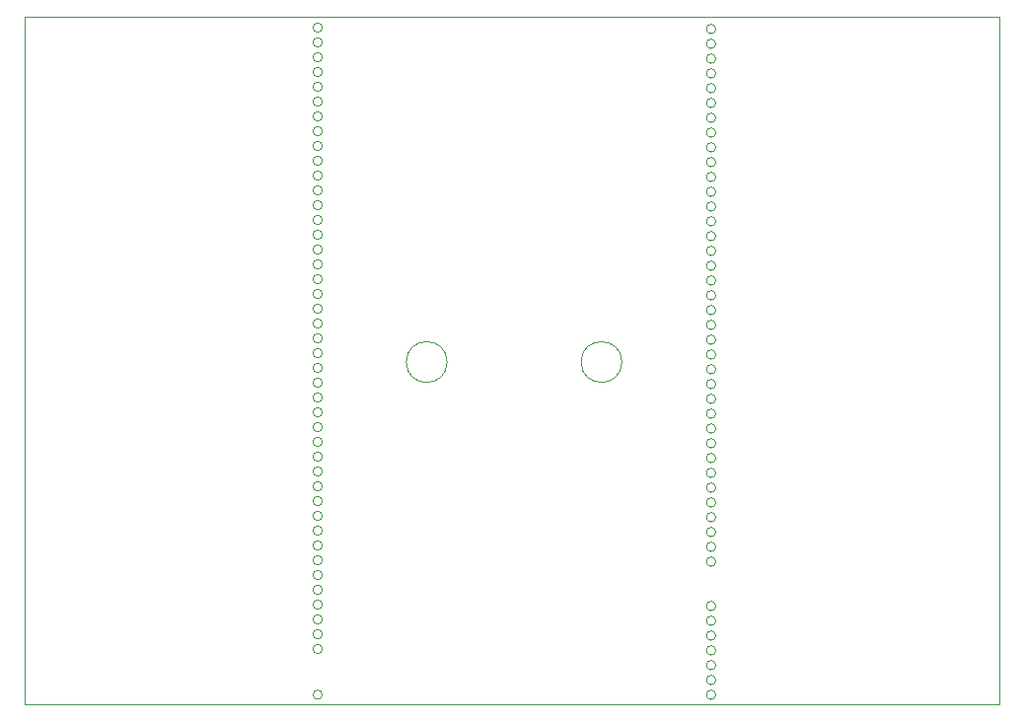
<source format=gbr>
%TF.GenerationSoftware,KiCad,Pcbnew,8.0.9-8.0.9-0~ubuntu22.04.1*%
%TF.CreationDate,2025-11-06T16:29:17+09:00*%
%TF.ProjectId,TweliteEmergencyStop,5477656c-6974-4654-956d-657267656e63,rev?*%
%TF.SameCoordinates,Original*%
%TF.FileFunction,Profile,NP*%
%FSLAX46Y46*%
G04 Gerber Fmt 4.6, Leading zero omitted, Abs format (unit mm)*
G04 Created by KiCad (PCBNEW 8.0.9-8.0.9-0~ubuntu22.04.1) date 2025-11-06 16:29:17*
%MOMM*%
%LPD*%
G01*
G04 APERTURE LIST*
%TA.AperFunction,Profile*%
%ADD10C,0.050000*%
%TD*%
G04 APERTURE END LIST*
D10*
X210930000Y-74232000D02*
G75*
G02*
X210130000Y-74232000I-400000J0D01*
G01*
X210130000Y-74232000D02*
G75*
G02*
X210930000Y-74232000I400000J0D01*
G01*
X210930000Y-39942000D02*
G75*
G02*
X210130000Y-39942000I-400000J0D01*
G01*
X210130000Y-39942000D02*
G75*
G02*
X210930000Y-39942000I400000J0D01*
G01*
X177167000Y-57595000D02*
G75*
G02*
X176367000Y-57595000I-400000J0D01*
G01*
X176367000Y-57595000D02*
G75*
G02*
X177167000Y-57595000I400000J0D01*
G01*
X177167000Y-79185000D02*
G75*
G02*
X176367000Y-79185000I-400000J0D01*
G01*
X176367000Y-79185000D02*
G75*
G02*
X177167000Y-79185000I400000J0D01*
G01*
X210930000Y-70422000D02*
G75*
G02*
X210130000Y-70422000I-400000J0D01*
G01*
X210130000Y-70422000D02*
G75*
G02*
X210930000Y-70422000I400000J0D01*
G01*
X210930000Y-84392000D02*
G75*
G02*
X210130000Y-84392000I-400000J0D01*
G01*
X210130000Y-84392000D02*
G75*
G02*
X210930000Y-84392000I400000J0D01*
G01*
X210930000Y-93282000D02*
G75*
G02*
X210130000Y-93282000I-400000J0D01*
G01*
X210130000Y-93282000D02*
G75*
G02*
X210930000Y-93282000I400000J0D01*
G01*
X210930000Y-72962000D02*
G75*
G02*
X210130000Y-72962000I-400000J0D01*
G01*
X210130000Y-72962000D02*
G75*
G02*
X210930000Y-72962000I400000J0D01*
G01*
X177167000Y-52515000D02*
G75*
G02*
X176367000Y-52515000I-400000J0D01*
G01*
X176367000Y-52515000D02*
G75*
G02*
X177167000Y-52515000I400000J0D01*
G01*
X210930000Y-69152000D02*
G75*
G02*
X210130000Y-69152000I-400000J0D01*
G01*
X210130000Y-69152000D02*
G75*
G02*
X210930000Y-69152000I400000J0D01*
G01*
X177167000Y-86805000D02*
G75*
G02*
X176367000Y-86805000I-400000J0D01*
G01*
X176367000Y-86805000D02*
G75*
G02*
X177167000Y-86805000I400000J0D01*
G01*
X177167000Y-53785000D02*
G75*
G02*
X176367000Y-53785000I-400000J0D01*
G01*
X176367000Y-53785000D02*
G75*
G02*
X177167000Y-53785000I400000J0D01*
G01*
X210930000Y-78042000D02*
G75*
G02*
X210130000Y-78042000I-400000J0D01*
G01*
X210130000Y-78042000D02*
G75*
G02*
X210930000Y-78042000I400000J0D01*
G01*
X210930000Y-88202000D02*
G75*
G02*
X210130000Y-88202000I-400000J0D01*
G01*
X210130000Y-88202000D02*
G75*
G02*
X210930000Y-88202000I400000J0D01*
G01*
X210930000Y-90742000D02*
G75*
G02*
X210130000Y-90742000I-400000J0D01*
G01*
X210130000Y-90742000D02*
G75*
G02*
X210930000Y-90742000I400000J0D01*
G01*
X177167000Y-62675000D02*
G75*
G02*
X176367000Y-62675000I-400000J0D01*
G01*
X176367000Y-62675000D02*
G75*
G02*
X177167000Y-62675000I400000J0D01*
G01*
X177167000Y-91885000D02*
G75*
G02*
X176367000Y-91885000I-400000J0D01*
G01*
X176367000Y-91885000D02*
G75*
G02*
X177167000Y-91885000I400000J0D01*
G01*
X177167000Y-70295000D02*
G75*
G02*
X176367000Y-70295000I-400000J0D01*
G01*
X176367000Y-70295000D02*
G75*
G02*
X177167000Y-70295000I400000J0D01*
G01*
X210930000Y-95822000D02*
G75*
G02*
X210130000Y-95822000I-400000J0D01*
G01*
X210130000Y-95822000D02*
G75*
G02*
X210930000Y-95822000I400000J0D01*
G01*
X210930000Y-51372000D02*
G75*
G02*
X210130000Y-51372000I-400000J0D01*
G01*
X210130000Y-51372000D02*
G75*
G02*
X210930000Y-51372000I400000J0D01*
G01*
X177167000Y-90615000D02*
G75*
G02*
X176367000Y-90615000I-400000J0D01*
G01*
X176367000Y-90615000D02*
G75*
G02*
X177167000Y-90615000I400000J0D01*
G01*
X177167000Y-43625000D02*
G75*
G02*
X176367000Y-43625000I-400000J0D01*
G01*
X176367000Y-43625000D02*
G75*
G02*
X177167000Y-43625000I400000J0D01*
G01*
X210930000Y-38672000D02*
G75*
G02*
X210130000Y-38672000I-400000J0D01*
G01*
X210130000Y-38672000D02*
G75*
G02*
X210930000Y-38672000I400000J0D01*
G01*
X210930000Y-61532000D02*
G75*
G02*
X210130000Y-61532000I-400000J0D01*
G01*
X210130000Y-61532000D02*
G75*
G02*
X210930000Y-61532000I400000J0D01*
G01*
X177167000Y-56325000D02*
G75*
G02*
X176367000Y-56325000I-400000J0D01*
G01*
X176367000Y-56325000D02*
G75*
G02*
X177167000Y-56325000I400000J0D01*
G01*
X210930000Y-48832000D02*
G75*
G02*
X210130000Y-48832000I-400000J0D01*
G01*
X210130000Y-48832000D02*
G75*
G02*
X210930000Y-48832000I400000J0D01*
G01*
X210930000Y-65342000D02*
G75*
G02*
X210130000Y-65342000I-400000J0D01*
G01*
X210130000Y-65342000D02*
G75*
G02*
X210930000Y-65342000I400000J0D01*
G01*
X210930000Y-62802000D02*
G75*
G02*
X210130000Y-62802000I-400000J0D01*
G01*
X210130000Y-62802000D02*
G75*
G02*
X210930000Y-62802000I400000J0D01*
G01*
X210930000Y-89472000D02*
G75*
G02*
X210130000Y-89472000I-400000J0D01*
G01*
X210130000Y-89472000D02*
G75*
G02*
X210930000Y-89472000I400000J0D01*
G01*
X177167000Y-63945000D02*
G75*
G02*
X176367000Y-63945000I-400000J0D01*
G01*
X176367000Y-63945000D02*
G75*
G02*
X177167000Y-63945000I400000J0D01*
G01*
X210930000Y-71692000D02*
G75*
G02*
X210130000Y-71692000I-400000J0D01*
G01*
X210130000Y-71692000D02*
G75*
G02*
X210930000Y-71692000I400000J0D01*
G01*
X210930000Y-64072000D02*
G75*
G02*
X210130000Y-64072000I-400000J0D01*
G01*
X210130000Y-64072000D02*
G75*
G02*
X210930000Y-64072000I400000J0D01*
G01*
X177167000Y-72835000D02*
G75*
G02*
X176367000Y-72835000I-400000J0D01*
G01*
X176367000Y-72835000D02*
G75*
G02*
X177167000Y-72835000I400000J0D01*
G01*
X210930000Y-66612000D02*
G75*
G02*
X210130000Y-66612000I-400000J0D01*
G01*
X210130000Y-66612000D02*
G75*
G02*
X210930000Y-66612000I400000J0D01*
G01*
X177167000Y-76645000D02*
G75*
G02*
X176367000Y-76645000I-400000J0D01*
G01*
X176367000Y-76645000D02*
G75*
G02*
X177167000Y-76645000I400000J0D01*
G01*
X210930000Y-42482000D02*
G75*
G02*
X210130000Y-42482000I-400000J0D01*
G01*
X210130000Y-42482000D02*
G75*
G02*
X210930000Y-42482000I400000J0D01*
G01*
X210930000Y-52642000D02*
G75*
G02*
X210130000Y-52642000I-400000J0D01*
G01*
X210130000Y-52642000D02*
G75*
G02*
X210930000Y-52642000I400000J0D01*
G01*
X177167000Y-55055000D02*
G75*
G02*
X176367000Y-55055000I-400000J0D01*
G01*
X176367000Y-55055000D02*
G75*
G02*
X177167000Y-55055000I400000J0D01*
G01*
X210930000Y-79312000D02*
G75*
G02*
X210130000Y-79312000I-400000J0D01*
G01*
X210130000Y-79312000D02*
G75*
G02*
X210930000Y-79312000I400000J0D01*
G01*
X177167000Y-85535000D02*
G75*
G02*
X176367000Y-85535000I-400000J0D01*
G01*
X176367000Y-85535000D02*
G75*
G02*
X177167000Y-85535000I400000J0D01*
G01*
X177167000Y-41085000D02*
G75*
G02*
X176367000Y-41085000I-400000J0D01*
G01*
X176367000Y-41085000D02*
G75*
G02*
X177167000Y-41085000I400000J0D01*
G01*
X210930000Y-43752000D02*
G75*
G02*
X210130000Y-43752000I-400000J0D01*
G01*
X210130000Y-43752000D02*
G75*
G02*
X210930000Y-43752000I400000J0D01*
G01*
X210930000Y-67882000D02*
G75*
G02*
X210130000Y-67882000I-400000J0D01*
G01*
X210130000Y-67882000D02*
G75*
G02*
X210930000Y-67882000I400000J0D01*
G01*
X177167000Y-75375000D02*
G75*
G02*
X176367000Y-75375000I-400000J0D01*
G01*
X176367000Y-75375000D02*
G75*
G02*
X177167000Y-75375000I400000J0D01*
G01*
X210930000Y-57722000D02*
G75*
G02*
X210130000Y-57722000I-400000J0D01*
G01*
X210130000Y-57722000D02*
G75*
G02*
X210930000Y-57722000I400000J0D01*
G01*
X177167000Y-47435000D02*
G75*
G02*
X176367000Y-47435000I-400000J0D01*
G01*
X176367000Y-47435000D02*
G75*
G02*
X177167000Y-47435000I400000J0D01*
G01*
X177167000Y-67755000D02*
G75*
G02*
X176367000Y-67755000I-400000J0D01*
G01*
X176367000Y-67755000D02*
G75*
G02*
X177167000Y-67755000I400000J0D01*
G01*
X210930000Y-83122000D02*
G75*
G02*
X210130000Y-83122000I-400000J0D01*
G01*
X210130000Y-83122000D02*
G75*
G02*
X210930000Y-83122000I400000J0D01*
G01*
X210930000Y-41212000D02*
G75*
G02*
X210130000Y-41212000I-400000J0D01*
G01*
X210130000Y-41212000D02*
G75*
G02*
X210930000Y-41212000I400000J0D01*
G01*
X210930000Y-94552000D02*
G75*
G02*
X210130000Y-94552000I-400000J0D01*
G01*
X210130000Y-94552000D02*
G75*
G02*
X210930000Y-94552000I400000J0D01*
G01*
X210930000Y-81852000D02*
G75*
G02*
X210130000Y-81852000I-400000J0D01*
G01*
X210130000Y-81852000D02*
G75*
G02*
X210930000Y-81852000I400000J0D01*
G01*
X210930000Y-45022000D02*
G75*
G02*
X210130000Y-45022000I-400000J0D01*
G01*
X210130000Y-45022000D02*
G75*
G02*
X210930000Y-45022000I400000J0D01*
G01*
X177167000Y-49975000D02*
G75*
G02*
X176367000Y-49975000I-400000J0D01*
G01*
X176367000Y-49975000D02*
G75*
G02*
X177167000Y-49975000I400000J0D01*
G01*
X210930000Y-58992000D02*
G75*
G02*
X210130000Y-58992000I-400000J0D01*
G01*
X210130000Y-58992000D02*
G75*
G02*
X210930000Y-58992000I400000J0D01*
G01*
X177167000Y-95822000D02*
G75*
G02*
X176367000Y-95822000I-400000J0D01*
G01*
X176367000Y-95822000D02*
G75*
G02*
X177167000Y-95822000I400000J0D01*
G01*
X177167000Y-48705000D02*
G75*
G02*
X176367000Y-48705000I-400000J0D01*
G01*
X176367000Y-48705000D02*
G75*
G02*
X177167000Y-48705000I400000J0D01*
G01*
X177167000Y-42355000D02*
G75*
G02*
X176367000Y-42355000I-400000J0D01*
G01*
X176367000Y-42355000D02*
G75*
G02*
X177167000Y-42355000I400000J0D01*
G01*
X177167000Y-71565000D02*
G75*
G02*
X176367000Y-71565000I-400000J0D01*
G01*
X176367000Y-71565000D02*
G75*
G02*
X177167000Y-71565000I400000J0D01*
G01*
X210930000Y-76772000D02*
G75*
G02*
X210130000Y-76772000I-400000J0D01*
G01*
X210130000Y-76772000D02*
G75*
G02*
X210930000Y-76772000I400000J0D01*
G01*
X177167000Y-84265000D02*
G75*
G02*
X176367000Y-84265000I-400000J0D01*
G01*
X176367000Y-84265000D02*
G75*
G02*
X177167000Y-84265000I400000J0D01*
G01*
X210930000Y-47562000D02*
G75*
G02*
X210130000Y-47562000I-400000J0D01*
G01*
X210130000Y-47562000D02*
G75*
G02*
X210930000Y-47562000I400000J0D01*
G01*
X210930000Y-75502000D02*
G75*
G02*
X210130000Y-75502000I-400000J0D01*
G01*
X210130000Y-75502000D02*
G75*
G02*
X210930000Y-75502000I400000J0D01*
G01*
X177167000Y-88075000D02*
G75*
G02*
X176367000Y-88075000I-400000J0D01*
G01*
X176367000Y-88075000D02*
G75*
G02*
X177167000Y-88075000I400000J0D01*
G01*
X210930000Y-50102000D02*
G75*
G02*
X210130000Y-50102000I-400000J0D01*
G01*
X210130000Y-50102000D02*
G75*
G02*
X210930000Y-50102000I400000J0D01*
G01*
X177167000Y-74105000D02*
G75*
G02*
X176367000Y-74105000I-400000J0D01*
G01*
X176367000Y-74105000D02*
G75*
G02*
X177167000Y-74105000I400000J0D01*
G01*
X210930000Y-53912000D02*
G75*
G02*
X210130000Y-53912000I-400000J0D01*
G01*
X210130000Y-53912000D02*
G75*
G02*
X210930000Y-53912000I400000J0D01*
G01*
X177167000Y-81725000D02*
G75*
G02*
X176367000Y-81725000I-400000J0D01*
G01*
X176367000Y-81725000D02*
G75*
G02*
X177167000Y-81725000I400000J0D01*
G01*
X177167000Y-61405000D02*
G75*
G02*
X176367000Y-61405000I-400000J0D01*
G01*
X176367000Y-61405000D02*
G75*
G02*
X177167000Y-61405000I400000J0D01*
G01*
X210930000Y-92012000D02*
G75*
G02*
X210130000Y-92012000I-400000J0D01*
G01*
X210130000Y-92012000D02*
G75*
G02*
X210930000Y-92012000I400000J0D01*
G01*
X210930000Y-46292000D02*
G75*
G02*
X210130000Y-46292000I-400000J0D01*
G01*
X210130000Y-46292000D02*
G75*
G02*
X210930000Y-46292000I400000J0D01*
G01*
X177167000Y-38545000D02*
G75*
G02*
X176367000Y-38545000I-400000J0D01*
G01*
X176367000Y-38545000D02*
G75*
G02*
X177167000Y-38545000I400000J0D01*
G01*
X210930000Y-55182000D02*
G75*
G02*
X210130000Y-55182000I-400000J0D01*
G01*
X210130000Y-55182000D02*
G75*
G02*
X210930000Y-55182000I400000J0D01*
G01*
X177167000Y-69025000D02*
G75*
G02*
X176367000Y-69025000I-400000J0D01*
G01*
X176367000Y-69025000D02*
G75*
G02*
X177167000Y-69025000I400000J0D01*
G01*
X210930000Y-56452000D02*
G75*
G02*
X210130000Y-56452000I-400000J0D01*
G01*
X210130000Y-56452000D02*
G75*
G02*
X210930000Y-56452000I400000J0D01*
G01*
X177167000Y-77915000D02*
G75*
G02*
X176367000Y-77915000I-400000J0D01*
G01*
X176367000Y-77915000D02*
G75*
G02*
X177167000Y-77915000I400000J0D01*
G01*
X210930000Y-80582000D02*
G75*
G02*
X210130000Y-80582000I-400000J0D01*
G01*
X210130000Y-80582000D02*
G75*
G02*
X210930000Y-80582000I400000J0D01*
G01*
X177167000Y-46165000D02*
G75*
G02*
X176367000Y-46165000I-400000J0D01*
G01*
X176367000Y-46165000D02*
G75*
G02*
X177167000Y-46165000I400000J0D01*
G01*
X177167000Y-80455000D02*
G75*
G02*
X176367000Y-80455000I-400000J0D01*
G01*
X176367000Y-80455000D02*
G75*
G02*
X177167000Y-80455000I400000J0D01*
G01*
X210930000Y-60262000D02*
G75*
G02*
X210130000Y-60262000I-400000J0D01*
G01*
X210130000Y-60262000D02*
G75*
G02*
X210930000Y-60262000I400000J0D01*
G01*
X177167000Y-89345000D02*
G75*
G02*
X176367000Y-89345000I-400000J0D01*
G01*
X176367000Y-89345000D02*
G75*
G02*
X177167000Y-89345000I400000J0D01*
G01*
X151620000Y-37656000D02*
X235284000Y-37656000D01*
X235284000Y-96656000D01*
X151620000Y-96656000D01*
X151620000Y-37656000D01*
X177167000Y-58865000D02*
G75*
G02*
X176367000Y-58865000I-400000J0D01*
G01*
X176367000Y-58865000D02*
G75*
G02*
X177167000Y-58865000I400000J0D01*
G01*
X177167000Y-39815000D02*
G75*
G02*
X176367000Y-39815000I-400000J0D01*
G01*
X176367000Y-39815000D02*
G75*
G02*
X177167000Y-39815000I400000J0D01*
G01*
X177167000Y-82995000D02*
G75*
G02*
X176367000Y-82995000I-400000J0D01*
G01*
X176367000Y-82995000D02*
G75*
G02*
X177167000Y-82995000I400000J0D01*
G01*
X177167000Y-51245000D02*
G75*
G02*
X176367000Y-51245000I-400000J0D01*
G01*
X176367000Y-51245000D02*
G75*
G02*
X177167000Y-51245000I400000J0D01*
G01*
X177167000Y-44895000D02*
G75*
G02*
X176367000Y-44895000I-400000J0D01*
G01*
X176367000Y-44895000D02*
G75*
G02*
X177167000Y-44895000I400000J0D01*
G01*
X177167000Y-60135000D02*
G75*
G02*
X176367000Y-60135000I-400000J0D01*
G01*
X176367000Y-60135000D02*
G75*
G02*
X177167000Y-60135000I400000J0D01*
G01*
X177167000Y-66485000D02*
G75*
G02*
X176367000Y-66485000I-400000J0D01*
G01*
X176367000Y-66485000D02*
G75*
G02*
X177167000Y-66485000I400000J0D01*
G01*
X177167000Y-65215000D02*
G75*
G02*
X176367000Y-65215000I-400000J0D01*
G01*
X176367000Y-65215000D02*
G75*
G02*
X177167000Y-65215000I400000J0D01*
G01*
%TO.C,J1*%
X187870000Y-67256000D02*
G75*
G02*
X184370000Y-67256000I-1750000J0D01*
G01*
X184370000Y-67256000D02*
G75*
G02*
X187870000Y-67256000I1750000J0D01*
G01*
X202870000Y-67256000D02*
G75*
G02*
X199370000Y-67256000I-1750000J0D01*
G01*
X199370000Y-67256000D02*
G75*
G02*
X202870000Y-67256000I1750000J0D01*
G01*
%TD*%
M02*

</source>
